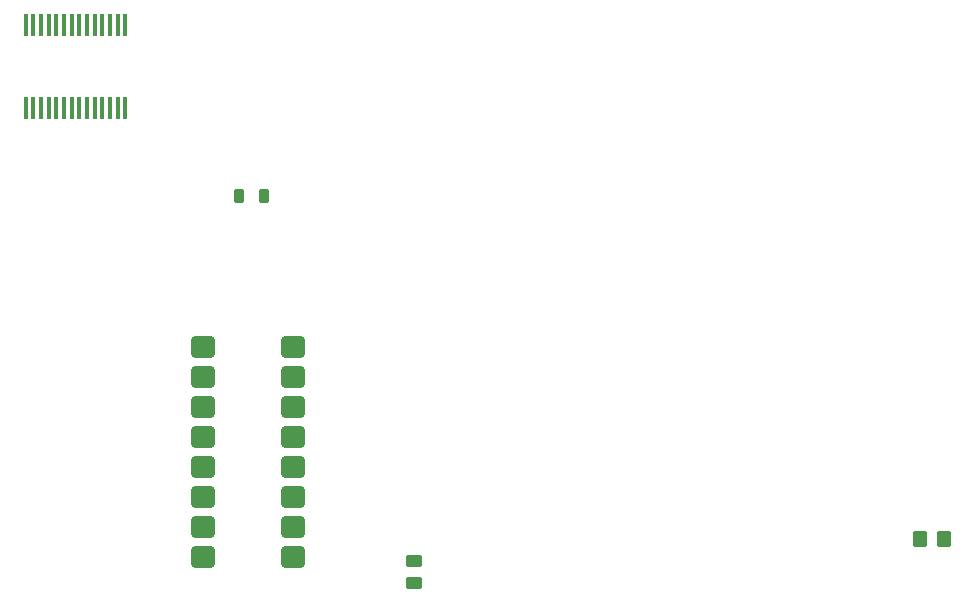
<source format=gbr>
%TF.GenerationSoftware,KiCad,Pcbnew,9.0.7*%
%TF.CreationDate,2026-01-07T21:02:37+05:30*%
%TF.ProjectId,PCB Design,50434220-4465-4736-9967-6e2e6b696361,rev?*%
%TF.SameCoordinates,Original*%
%TF.FileFunction,Paste,Top*%
%TF.FilePolarity,Positive*%
%FSLAX46Y46*%
G04 Gerber Fmt 4.6, Leading zero omitted, Abs format (unit mm)*
G04 Created by KiCad (PCBNEW 9.0.7) date 2026-01-07 21:02:37*
%MOMM*%
%LPD*%
G01*
G04 APERTURE LIST*
G04 Aperture macros list*
%AMRoundRect*
0 Rectangle with rounded corners*
0 $1 Rounding radius*
0 $2 $3 $4 $5 $6 $7 $8 $9 X,Y pos of 4 corners*
0 Add a 4 corners polygon primitive as box body*
4,1,4,$2,$3,$4,$5,$6,$7,$8,$9,$2,$3,0*
0 Add four circle primitives for the rounded corners*
1,1,$1+$1,$2,$3*
1,1,$1+$1,$4,$5*
1,1,$1+$1,$6,$7*
1,1,$1+$1,$8,$9*
0 Add four rect primitives between the rounded corners*
20,1,$1+$1,$2,$3,$4,$5,0*
20,1,$1+$1,$4,$5,$6,$7,0*
20,1,$1+$1,$6,$7,$8,$9,0*
20,1,$1+$1,$8,$9,$2,$3,0*%
G04 Aperture macros list end*
%ADD10RoundRect,0.218750X-0.218750X-0.381250X0.218750X-0.381250X0.218750X0.381250X-0.218750X0.381250X0*%
%ADD11RoundRect,0.250000X0.450000X-0.262500X0.450000X0.262500X-0.450000X0.262500X-0.450000X-0.262500X0*%
%ADD12RoundRect,0.249999X-0.750001X-0.640001X0.750001X-0.640001X0.750001X0.640001X-0.750001X0.640001X0*%
%ADD13RoundRect,0.250000X-0.350000X-0.450000X0.350000X-0.450000X0.350000X0.450000X-0.350000X0.450000X0*%
%ADD14RoundRect,0.100000X0.100000X-0.850000X0.100000X0.850000X-0.100000X0.850000X-0.100000X-0.850000X0*%
G04 APERTURE END LIST*
D10*
%TO.C,L1*%
X52275000Y-77750000D03*
X54400000Y-77750000D03*
%TD*%
D11*
%TO.C,R7*%
X67112500Y-110462500D03*
X67112500Y-108637500D03*
%TD*%
D12*
%TO.C,U3*%
X49239000Y-90489000D03*
X49239000Y-93029000D03*
X49239000Y-95569000D03*
X49239000Y-98109000D03*
X49239000Y-100649000D03*
X49239000Y-103189000D03*
X49239000Y-105729000D03*
X49239000Y-108269000D03*
X56859000Y-108269000D03*
X56859000Y-105729000D03*
X56859000Y-103189000D03*
X56859000Y-100649000D03*
X56859000Y-98109000D03*
X56859000Y-95569000D03*
X56859000Y-93029000D03*
X56859000Y-90489000D03*
%TD*%
D13*
%TO.C,R1*%
X109950000Y-106800000D03*
X111950000Y-106800000D03*
%TD*%
D14*
%TO.C,U4*%
X34200000Y-63250000D03*
X34850000Y-63250000D03*
X35500000Y-63250000D03*
X36150000Y-63250000D03*
X36800000Y-63250000D03*
X37450000Y-63250000D03*
X38100000Y-63250000D03*
X38750000Y-63250000D03*
X39400000Y-63250000D03*
X40050000Y-63250000D03*
X40700000Y-63250000D03*
X41350000Y-63250000D03*
X42000000Y-63250000D03*
X42650000Y-63250000D03*
X42650000Y-70250000D03*
X42000000Y-70250000D03*
X41350000Y-70250000D03*
X40700000Y-70250000D03*
X40050000Y-70250000D03*
X39400000Y-70250000D03*
X38750000Y-70250000D03*
X38100000Y-70250000D03*
X37450000Y-70250000D03*
X36800000Y-70250000D03*
X36150000Y-70250000D03*
X35500000Y-70250000D03*
X34850000Y-70250000D03*
X34200000Y-70250000D03*
%TD*%
M02*

</source>
